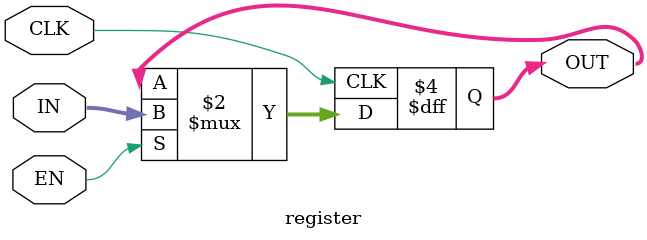
<source format=sv>
`timescale 1ns/1ns
module register(CLK, EN, IN, OUT);
parameter SIZE = 8;
input CLK, EN;
input [SIZE - 1:0] IN;
output reg [SIZE - 1:0] OUT;
always@(posedge CLK)
begin
if(EN)
OUT <= IN;
end
endmodule

</source>
